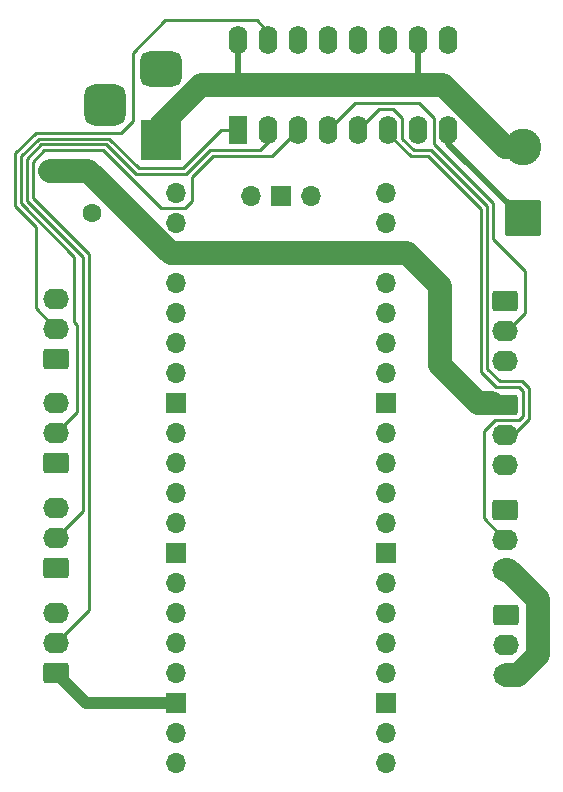
<source format=gbl>
%TF.GenerationSoftware,KiCad,Pcbnew,(6.0.7)*%
%TF.CreationDate,2022-09-24T21:41:20+01:00*%
%TF.ProjectId,mini_jellies,6d696e69-5f6a-4656-9c6c-6965732e6b69,rev?*%
%TF.SameCoordinates,Original*%
%TF.FileFunction,Copper,L2,Bot*%
%TF.FilePolarity,Positive*%
%FSLAX46Y46*%
G04 Gerber Fmt 4.6, Leading zero omitted, Abs format (unit mm)*
G04 Created by KiCad (PCBNEW (6.0.7)) date 2022-09-24 21:41:20*
%MOMM*%
%LPD*%
G01*
G04 APERTURE LIST*
G04 Aperture macros list*
%AMRoundRect*
0 Rectangle with rounded corners*
0 $1 Rounding radius*
0 $2 $3 $4 $5 $6 $7 $8 $9 X,Y pos of 4 corners*
0 Add a 4 corners polygon primitive as box body*
4,1,4,$2,$3,$4,$5,$6,$7,$8,$9,$2,$3,0*
0 Add four circle primitives for the rounded corners*
1,1,$1+$1,$2,$3*
1,1,$1+$1,$4,$5*
1,1,$1+$1,$6,$7*
1,1,$1+$1,$8,$9*
0 Add four rect primitives between the rounded corners*
20,1,$1+$1,$2,$3,$4,$5,0*
20,1,$1+$1,$4,$5,$6,$7,0*
20,1,$1+$1,$6,$7,$8,$9,0*
20,1,$1+$1,$8,$9,$2,$3,0*%
G04 Aperture macros list end*
%TA.AperFunction,ComponentPad*%
%ADD10C,1.600000*%
%TD*%
%TA.AperFunction,ComponentPad*%
%ADD11RoundRect,0.250000X0.845000X-0.620000X0.845000X0.620000X-0.845000X0.620000X-0.845000X-0.620000X0*%
%TD*%
%TA.AperFunction,ComponentPad*%
%ADD12O,2.190000X1.740000*%
%TD*%
%TA.AperFunction,ComponentPad*%
%ADD13RoundRect,0.250000X-0.845000X0.620000X-0.845000X-0.620000X0.845000X-0.620000X0.845000X0.620000X0*%
%TD*%
%TA.AperFunction,ComponentPad*%
%ADD14R,1.600000X2.400000*%
%TD*%
%TA.AperFunction,ComponentPad*%
%ADD15O,1.600000X2.400000*%
%TD*%
%TA.AperFunction,ComponentPad*%
%ADD16O,1.700000X1.700000*%
%TD*%
%TA.AperFunction,ComponentPad*%
%ADD17R,1.700000X1.700000*%
%TD*%
%TA.AperFunction,ComponentPad*%
%ADD18RoundRect,0.875000X-0.875000X0.875000X-0.875000X-0.875000X0.875000X-0.875000X0.875000X0.875000X0*%
%TD*%
%TA.AperFunction,ComponentPad*%
%ADD19RoundRect,0.750000X-1.000000X0.750000X-1.000000X-0.750000X1.000000X-0.750000X1.000000X0.750000X0*%
%TD*%
%TA.AperFunction,ComponentPad*%
%ADD20R,3.500000X3.500000*%
%TD*%
%TA.AperFunction,ComponentPad*%
%ADD21RoundRect,0.249999X1.300001X-1.300001X1.300001X1.300001X-1.300001X1.300001X-1.300001X-1.300001X0*%
%TD*%
%TA.AperFunction,ComponentPad*%
%ADD22C,3.100000*%
%TD*%
%TA.AperFunction,Conductor*%
%ADD23C,0.250000*%
%TD*%
%TA.AperFunction,Conductor*%
%ADD24C,2.000000*%
%TD*%
%TA.AperFunction,Conductor*%
%ADD25C,1.000000*%
%TD*%
%TA.AperFunction,Conductor*%
%ADD26C,0.500000*%
%TD*%
%TA.AperFunction,Conductor*%
%ADD27C,1.500000*%
%TD*%
G04 APERTURE END LIST*
D10*
%TO.P,C1,2*%
%TO.N,GND*%
X100482233Y-59482233D03*
%TO.P,C1,1*%
%TO.N,+5V*%
X104017767Y-63017767D03*
%TD*%
D11*
%TO.P,J3,1,Pin_1*%
%TO.N,GND*%
X100965000Y-75390000D03*
D12*
%TO.P,J3,2,Pin_2*%
%TO.N,Net-(J3-Pad2)*%
X100965000Y-72850000D03*
%TO.P,J3,3,Pin_3*%
%TO.N,+5V*%
X100965000Y-70310000D03*
%TD*%
D13*
%TO.P,J7,1,Pin_1*%
%TO.N,GND*%
X139025000Y-70485000D03*
D12*
%TO.P,J7,2,Pin_2*%
%TO.N,Net-(J7-Pad2)*%
X139025000Y-73025000D03*
%TO.P,J7,3,Pin_3*%
%TO.N,+5V*%
X139025000Y-75565000D03*
%TD*%
D11*
%TO.P,J5,1,Pin_1*%
%TO.N,GND*%
X100985000Y-93110000D03*
D12*
%TO.P,J5,2,Pin_2*%
%TO.N,Net-(J5-Pad2)*%
X100985000Y-90570000D03*
%TO.P,J5,3,Pin_3*%
%TO.N,+5V*%
X100985000Y-88030000D03*
%TD*%
D14*
%TO.P,U1,1,QB*%
%TO.N,Net-(J4-Pad2)*%
X116425000Y-56025000D03*
D15*
%TO.P,U1,2,QC*%
%TO.N,Net-(J5-Pad2)*%
X118965000Y-56025000D03*
%TO.P,U1,3,QD*%
%TO.N,Net-(J6-Pad2)*%
X121505000Y-56025000D03*
%TO.P,U1,4,QE*%
%TO.N,Net-(J7-Pad2)*%
X124045000Y-56025000D03*
%TO.P,U1,5,QF*%
%TO.N,Net-(J8-Pad2)*%
X126585000Y-56025000D03*
%TO.P,U1,6,QG*%
%TO.N,Net-(J9-Pad2)*%
X129125000Y-56025000D03*
%TO.P,U1,7,QH*%
%TO.N,Net-(J10-Pad2)*%
X131665000Y-56025000D03*
%TO.P,U1,8,GND*%
%TO.N,GND*%
X134205000Y-56025000D03*
%TO.P,U1,9,QH'*%
%TO.N,unconnected-(U1-Pad9)*%
X134205000Y-48405000D03*
%TO.P,U1,10,~{SRCLR}*%
%TO.N,+5V*%
X131665000Y-48405000D03*
%TO.P,U1,11,SRCLK*%
%TO.N,/CLOCK*%
X129125000Y-48405000D03*
%TO.P,U1,12,RCLK*%
%TO.N,/LATCH*%
X126585000Y-48405000D03*
%TO.P,U1,13,~{OE}*%
%TO.N,GND*%
X124045000Y-48405000D03*
%TO.P,U1,14,SER*%
%TO.N,/DATA*%
X121505000Y-48405000D03*
%TO.P,U1,15,QA*%
%TO.N,Net-(J3-Pad2)*%
X118965000Y-48405000D03*
%TO.P,U1,16,VCC*%
%TO.N,+5V*%
X116425000Y-48405000D03*
%TD*%
D16*
%TO.P,U2,1,GPIO0*%
%TO.N,/DATA*%
X128890000Y-109630000D03*
%TO.P,U2,2,GPIO1*%
%TO.N,/CLOCK*%
X128890000Y-107090000D03*
D17*
%TO.P,U2,3,GND*%
%TO.N,unconnected-(U2-Pad3)*%
X128890000Y-104550000D03*
D16*
%TO.P,U2,4,GPIO2*%
%TO.N,/LATCH*%
X128890000Y-102010000D03*
%TO.P,U2,5,GPIO3*%
%TO.N,unconnected-(U2-Pad5)*%
X128890000Y-99470000D03*
%TO.P,U2,6,GPIO4*%
%TO.N,unconnected-(U2-Pad6)*%
X128890000Y-96930000D03*
%TO.P,U2,7,GPIO5*%
%TO.N,unconnected-(U2-Pad7)*%
X128890000Y-94390000D03*
D17*
%TO.P,U2,8,GND*%
%TO.N,unconnected-(U2-Pad8)*%
X128890000Y-91850000D03*
D16*
%TO.P,U2,9,GPIO6*%
%TO.N,unconnected-(U2-Pad9)*%
X128890000Y-89310000D03*
%TO.P,U2,10,GPIO7*%
%TO.N,unconnected-(U2-Pad10)*%
X128890000Y-86770000D03*
%TO.P,U2,11,GPIO8*%
%TO.N,unconnected-(U2-Pad11)*%
X128890000Y-84230000D03*
%TO.P,U2,12,GPIO9*%
%TO.N,unconnected-(U2-Pad12)*%
X128890000Y-81690000D03*
D17*
%TO.P,U2,13,GND*%
%TO.N,unconnected-(U2-Pad13)*%
X128890000Y-79150000D03*
D16*
%TO.P,U2,14,GPIO10*%
%TO.N,unconnected-(U2-Pad14)*%
X128890000Y-76610000D03*
%TO.P,U2,15,GPIO11*%
%TO.N,unconnected-(U2-Pad15)*%
X128890000Y-74070000D03*
%TO.P,U2,16,GPIO12*%
%TO.N,unconnected-(U2-Pad16)*%
X128890000Y-71530000D03*
%TO.P,U2,17,GPIO13*%
%TO.N,unconnected-(U2-Pad17)*%
X128890000Y-68990000D03*
D17*
%TO.P,U2,18,GND*%
%TO.N,GND*%
X128890000Y-66450000D03*
D16*
%TO.P,U2,19,GPIO14*%
%TO.N,unconnected-(U2-Pad19)*%
X128890000Y-63910000D03*
%TO.P,U2,20,GPIO15*%
%TO.N,unconnected-(U2-Pad20)*%
X128890000Y-61370000D03*
%TO.P,U2,21,GPIO16*%
%TO.N,unconnected-(U2-Pad21)*%
X111110000Y-61370000D03*
%TO.P,U2,22,GPIO17*%
%TO.N,unconnected-(U2-Pad22)*%
X111110000Y-63910000D03*
D17*
%TO.P,U2,23,GND*%
%TO.N,GND*%
X111110000Y-66450000D03*
D16*
%TO.P,U2,24,GPIO18*%
%TO.N,unconnected-(U2-Pad24)*%
X111110000Y-68990000D03*
%TO.P,U2,25,GPIO19*%
%TO.N,unconnected-(U2-Pad25)*%
X111110000Y-71530000D03*
%TO.P,U2,26,GPIO20*%
%TO.N,unconnected-(U2-Pad26)*%
X111110000Y-74070000D03*
%TO.P,U2,27,GPIO21*%
%TO.N,unconnected-(U2-Pad27)*%
X111110000Y-76610000D03*
D17*
%TO.P,U2,28,GND*%
%TO.N,unconnected-(U2-Pad28)*%
X111110000Y-79150000D03*
D16*
%TO.P,U2,29,GPIO22*%
%TO.N,unconnected-(U2-Pad29)*%
X111110000Y-81690000D03*
%TO.P,U2,30,RUN*%
%TO.N,unconnected-(U2-Pad30)*%
X111110000Y-84230000D03*
%TO.P,U2,31,GPIO26_ADC0*%
%TO.N,unconnected-(U2-Pad31)*%
X111110000Y-86770000D03*
%TO.P,U2,32,GPIO27_ADC1*%
%TO.N,unconnected-(U2-Pad32)*%
X111110000Y-89310000D03*
D17*
%TO.P,U2,33,AGND*%
%TO.N,unconnected-(U2-Pad33)*%
X111110000Y-91850000D03*
D16*
%TO.P,U2,34,GPIO28_ADC2*%
%TO.N,unconnected-(U2-Pad34)*%
X111110000Y-94390000D03*
%TO.P,U2,35,ADC_VREF*%
%TO.N,unconnected-(U2-Pad35)*%
X111110000Y-96930000D03*
%TO.P,U2,36,3V3*%
%TO.N,unconnected-(U2-Pad36)*%
X111110000Y-99470000D03*
%TO.P,U2,37,3V3_EN*%
%TO.N,unconnected-(U2-Pad37)*%
X111110000Y-102010000D03*
D17*
%TO.P,U2,38,GND*%
%TO.N,GND*%
X111110000Y-104550000D03*
D16*
%TO.P,U2,39,VSYS*%
%TO.N,+5V*%
X111110000Y-107090000D03*
%TO.P,U2,40,VBUS*%
%TO.N,unconnected-(U2-Pad40)*%
X111110000Y-109630000D03*
%TO.P,U2,41,SWCLK*%
%TO.N,unconnected-(U2-Pad41)*%
X122540000Y-61600000D03*
D17*
%TO.P,U2,42,GND*%
%TO.N,unconnected-(U2-Pad42)*%
X120000000Y-61600000D03*
D16*
%TO.P,U2,43,SWDIO*%
%TO.N,unconnected-(U2-Pad43)*%
X117460000Y-61600000D03*
%TD*%
D13*
%TO.P,J8,1,Pin_1*%
%TO.N,GND*%
X139025000Y-79315000D03*
D12*
%TO.P,J8,2,Pin_2*%
%TO.N,Net-(J8-Pad2)*%
X139025000Y-81855000D03*
%TO.P,J8,3,Pin_3*%
%TO.N,+5V*%
X139025000Y-84395000D03*
%TD*%
D18*
%TO.P,J2,3*%
%TO.N,GND*%
X105157500Y-53900000D03*
D19*
%TO.P,J2,2*%
X109857500Y-50900000D03*
D20*
%TO.P,J2,1*%
%TO.N,+5V*%
X109857500Y-56900000D03*
%TD*%
D11*
%TO.P,J4,1,Pin_1*%
%TO.N,GND*%
X100965000Y-84220000D03*
D12*
%TO.P,J4,2,Pin_2*%
%TO.N,Net-(J4-Pad2)*%
X100965000Y-81680000D03*
%TO.P,J4,3,Pin_3*%
%TO.N,+5V*%
X100965000Y-79140000D03*
%TD*%
D21*
%TO.P,J1,1,Pin_1*%
%TO.N,GND*%
X140500000Y-63500000D03*
D22*
%TO.P,J1,2,Pin_2*%
%TO.N,+5V*%
X140500000Y-57500000D03*
%TD*%
D11*
%TO.P,J6,1,Pin_1*%
%TO.N,GND*%
X100985000Y-102000000D03*
D12*
%TO.P,J6,2,Pin_2*%
%TO.N,Net-(J6-Pad2)*%
X100985000Y-99460000D03*
%TO.P,J6,3,Pin_3*%
%TO.N,+5V*%
X100985000Y-96920000D03*
%TD*%
D13*
%TO.P,J10,1,Pin_1*%
%TO.N,GND*%
X139045000Y-97075000D03*
D12*
%TO.P,J10,2,Pin_2*%
%TO.N,Net-(J10-Pad2)*%
X139045000Y-99615000D03*
%TO.P,J10,3,Pin_3*%
%TO.N,+5V*%
X139045000Y-102155000D03*
%TD*%
D13*
%TO.P,J9,1,Pin_1*%
%TO.N,GND*%
X139005000Y-88185000D03*
D12*
%TO.P,J9,2,Pin_2*%
%TO.N,Net-(J9-Pad2)*%
X139005000Y-90725000D03*
%TO.P,J9,3,Pin_3*%
%TO.N,+5V*%
X139005000Y-93265000D03*
%TD*%
D23*
%TO.N,Net-(J3-Pad2)*%
X99250000Y-71135000D02*
X100965000Y-72850000D01*
X99250000Y-64250000D02*
X99250000Y-71135000D01*
X97500000Y-62500000D02*
X99250000Y-64250000D01*
X97500000Y-58000000D02*
X97500000Y-62500000D01*
X107500000Y-55250000D02*
X106500000Y-56250000D01*
X106500000Y-56250000D02*
X99250000Y-56250000D01*
X99250000Y-56250000D02*
X97500000Y-58000000D01*
X110250000Y-46750000D02*
X107500000Y-49500000D01*
X107500000Y-49500000D02*
X107500000Y-55250000D01*
X118965000Y-47715000D02*
X118000000Y-46750000D01*
X118965000Y-48405000D02*
X118965000Y-47715000D01*
X118000000Y-46750000D02*
X110250000Y-46750000D01*
D24*
%TO.N,GND*%
X128890000Y-66450000D02*
X130700000Y-66450000D01*
X130700000Y-66450000D02*
X133500000Y-69250000D01*
X133500000Y-69250000D02*
X133500000Y-75900000D01*
X122300000Y-66450000D02*
X128890000Y-66450000D01*
D23*
%TO.N,Net-(J6-Pad2)*%
X112500000Y-62000000D02*
X111900000Y-62600000D01*
X112500000Y-60000000D02*
X112500000Y-62000000D01*
X114250000Y-58250000D02*
X112500000Y-60000000D01*
X119280000Y-58250000D02*
X114250000Y-58250000D01*
X111900000Y-62600000D02*
X109850000Y-62600000D01*
X121505000Y-56025000D02*
X119280000Y-58250000D01*
%TO.N,Net-(J5-Pad2)*%
X103250000Y-88305000D02*
X100985000Y-90570000D01*
X103250000Y-66750000D02*
X103250000Y-88305000D01*
X98500000Y-58500000D02*
X98500000Y-62000000D01*
X105250000Y-57250000D02*
X99750000Y-57250000D01*
X114000000Y-57750000D02*
X112000000Y-59750000D01*
X118250000Y-57750000D02*
X114000000Y-57750000D01*
X118965000Y-57035000D02*
X118250000Y-57750000D01*
X99750000Y-57250000D02*
X98500000Y-58500000D01*
X98500000Y-62000000D02*
X103250000Y-66750000D01*
X118965000Y-56025000D02*
X118965000Y-57035000D01*
X112000000Y-59750000D02*
X107750000Y-59750000D01*
X107750000Y-59750000D02*
X105250000Y-57250000D01*
%TO.N,Net-(J4-Pad2)*%
X102750000Y-79895000D02*
X100965000Y-81680000D01*
X102500000Y-72250000D02*
X102750000Y-72500000D01*
X102500000Y-66750000D02*
X102500000Y-72250000D01*
X98000000Y-62250000D02*
X102500000Y-66750000D01*
X98000000Y-58250000D02*
X98000000Y-62250000D01*
X99500000Y-56750000D02*
X98000000Y-58250000D01*
X105500000Y-56750000D02*
X99500000Y-56750000D01*
X102750000Y-72500000D02*
X102750000Y-79895000D01*
X111750000Y-59250000D02*
X108000000Y-59250000D01*
X114975000Y-56025000D02*
X111750000Y-59250000D01*
X108000000Y-59250000D02*
X105500000Y-56750000D01*
X116425000Y-56025000D02*
X114975000Y-56025000D01*
D24*
%TO.N,GND*%
X103732233Y-59482233D02*
X100482233Y-59482233D01*
X110700000Y-66450000D02*
X103732233Y-59482233D01*
X111110000Y-66450000D02*
X110700000Y-66450000D01*
D23*
%TO.N,Net-(J6-Pad2)*%
X103750000Y-96695000D02*
X100985000Y-99460000D01*
X103750000Y-66500000D02*
X103750000Y-96695000D01*
X99000000Y-61750000D02*
X103750000Y-66500000D01*
X99000000Y-58750000D02*
X99000000Y-61750000D01*
X100000000Y-57750000D02*
X99000000Y-58750000D01*
X109850000Y-62600000D02*
X105000000Y-57750000D01*
X105000000Y-57750000D02*
X100000000Y-57750000D01*
D25*
%TO.N,GND*%
X111110000Y-104550000D02*
X103535000Y-104550000D01*
X103535000Y-104550000D02*
X100985000Y-102000000D01*
D24*
X122300000Y-66450000D02*
X111110000Y-66450000D01*
%TO.N,+5V*%
X133750000Y-52250000D02*
X131250000Y-52250000D01*
X139000000Y-57500000D02*
X133750000Y-52250000D01*
X140500000Y-57500000D02*
X139000000Y-57500000D01*
%TO.N,GND*%
X136700000Y-79100000D02*
X137900000Y-79100000D01*
D26*
X134205000Y-57205000D02*
X140500000Y-63500000D01*
X134205000Y-56025000D02*
X134205000Y-57205000D01*
D27*
X139025000Y-79315000D02*
X138115000Y-79315000D01*
X138115000Y-79315000D02*
X137900000Y-79100000D01*
D24*
X133500000Y-75900000D02*
X136700000Y-79100000D01*
%TO.N,+5V*%
X139265000Y-93265000D02*
X141750000Y-95750000D01*
X116250000Y-52250000D02*
X113250000Y-52250000D01*
D26*
X116425000Y-48405000D02*
X116425000Y-52075000D01*
D24*
X109857500Y-55642500D02*
X109857500Y-56900000D01*
X141750000Y-95750000D02*
X141750000Y-100500000D01*
X141750000Y-100500000D02*
X140095000Y-102155000D01*
X139005000Y-93265000D02*
X139265000Y-93265000D01*
D26*
X131665000Y-48405000D02*
X131665000Y-51835000D01*
D24*
X140095000Y-102155000D02*
X139045000Y-102155000D01*
D26*
X116425000Y-52075000D02*
X116250000Y-52250000D01*
D24*
X113250000Y-52250000D02*
X109857500Y-55642500D01*
X131250000Y-52250000D02*
X116250000Y-52250000D01*
D26*
X131665000Y-51835000D02*
X131250000Y-52250000D01*
D23*
%TO.N,Net-(J7-Pad2)*%
X131750000Y-53750000D02*
X133000000Y-55000000D01*
X124045000Y-56025000D02*
X126320000Y-53750000D01*
X138000000Y-62250000D02*
X138000000Y-65250000D01*
X133000000Y-55000000D02*
X133000000Y-57250000D01*
X133000000Y-57250000D02*
X138000000Y-62250000D01*
X138000000Y-65250000D02*
X140700000Y-67950000D01*
X139175000Y-73025000D02*
X139025000Y-73025000D01*
X126320000Y-53750000D02*
X131750000Y-53750000D01*
X140700000Y-67950000D02*
X140700000Y-71500000D01*
X140700000Y-71500000D02*
X139175000Y-73025000D01*
%TO.N,Net-(J8-Pad2)*%
X129500000Y-54250000D02*
X130250000Y-55000000D01*
X130250000Y-56750000D02*
X131250000Y-57750000D01*
X141000000Y-77900000D02*
X141000000Y-80500000D01*
X130250000Y-55000000D02*
X130250000Y-56750000D01*
X128360000Y-54250000D02*
X129500000Y-54250000D01*
X126585000Y-56025000D02*
X128360000Y-54250000D01*
X131250000Y-57750000D02*
X132750000Y-57750000D01*
X137500000Y-62500000D02*
X137500000Y-76250000D01*
X132750000Y-57750000D02*
X137500000Y-62500000D01*
X140400000Y-77300000D02*
X141000000Y-77900000D01*
X138550000Y-77300000D02*
X140400000Y-77300000D01*
X141000000Y-80500000D02*
X139645000Y-81855000D01*
X137500000Y-76250000D02*
X138550000Y-77300000D01*
%TO.N,Net-(J9-Pad2)*%
X140500000Y-78100000D02*
X140500000Y-80250000D01*
X129125000Y-56025000D02*
X129125000Y-56375000D01*
X132500000Y-58250000D02*
X137000000Y-62750000D01*
X138150000Y-80600000D02*
X137200000Y-81550000D01*
X137000000Y-76500000D02*
X138250000Y-77750000D01*
X140500000Y-80250000D02*
X140150000Y-80600000D01*
X131000000Y-58250000D02*
X132500000Y-58250000D01*
X129125000Y-56375000D02*
X131000000Y-58250000D01*
X140150000Y-77750000D02*
X140500000Y-78100000D01*
X137200000Y-88920000D02*
X139005000Y-90725000D01*
X138250000Y-77750000D02*
X140150000Y-77750000D01*
X137200000Y-81550000D02*
X137200000Y-88920000D01*
X137000000Y-62750000D02*
X137000000Y-76500000D01*
X140150000Y-80600000D02*
X138150000Y-80600000D01*
%TD*%
M02*

</source>
